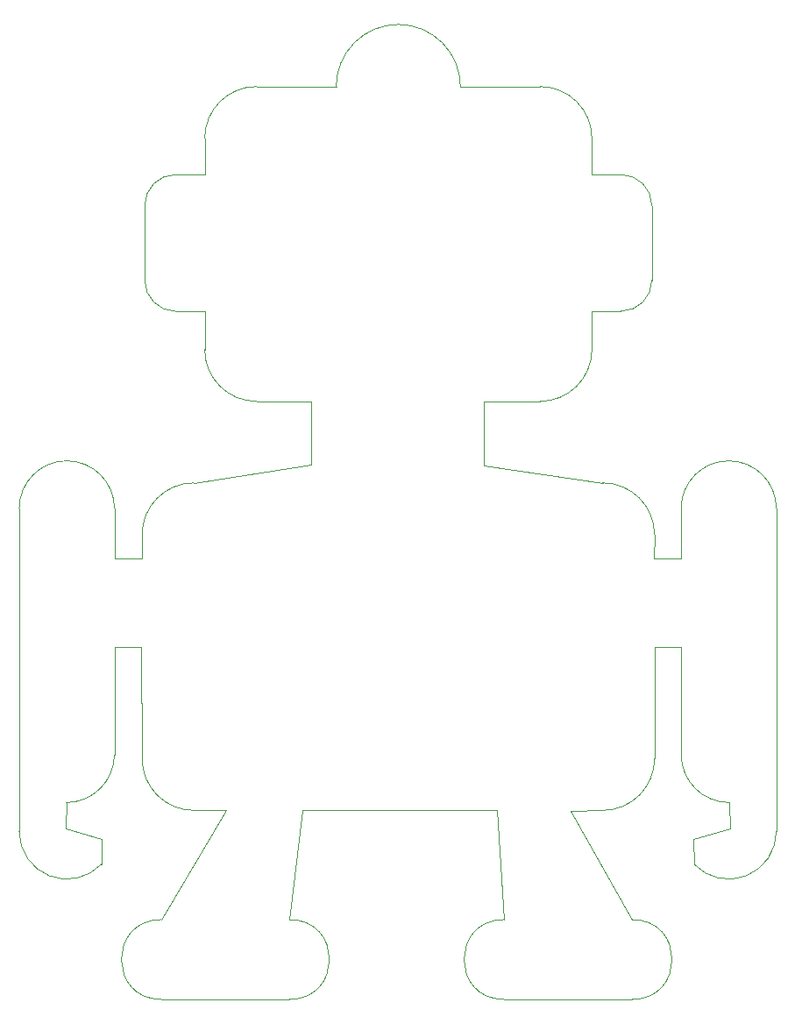
<source format=gbr>
%TF.GenerationSoftware,KiCad,Pcbnew,8.0.4*%
%TF.CreationDate,2024-07-25T02:22:49-04:00*%
%TF.ProjectId,esp32-mqtt-bot,65737033-322d-46d7-9174-742d626f742e,rev?*%
%TF.SameCoordinates,Original*%
%TF.FileFunction,Profile,NP*%
%FSLAX46Y46*%
G04 Gerber Fmt 4.6, Leading zero omitted, Abs format (unit mm)*
G04 Created by KiCad (PCBNEW 8.0.4) date 2024-07-25 02:22:49*
%MOMM*%
%LPD*%
G01*
G04 APERTURE LIST*
%TA.AperFunction,Profile*%
%ADD10C,0.050000*%
%TD*%
G04 APERTURE END LIST*
D10*
X131450000Y-121400000D02*
X128350000Y-121425648D01*
X128350000Y-121425648D02*
X134300000Y-131948704D01*
X95100000Y-121400000D02*
X91950000Y-121400000D01*
X88800000Y-131948704D02*
X95100000Y-121400000D01*
X121900000Y-131948704D02*
X121200000Y-121400000D01*
X101200000Y-131948704D02*
X102400000Y-121400000D01*
X121900000Y-139651296D02*
X134300000Y-139651296D01*
X121900000Y-139651296D02*
G75*
G02*
X121900000Y-131948704I0J3851296D01*
G01*
X134300000Y-131948704D02*
G75*
G02*
X134300000Y-139651296I0J-3851296D01*
G01*
X88800000Y-139651296D02*
X101200000Y-139651296D01*
X101200000Y-131948704D02*
G75*
G02*
X101200000Y-139651296I0J-3851296D01*
G01*
X88800000Y-139651296D02*
G75*
G02*
X88800000Y-131948704I0J3851296D01*
G01*
X86950000Y-94774600D02*
X86900000Y-97100000D01*
X84281213Y-105600000D02*
X86850000Y-105587300D01*
X84281213Y-92243954D02*
X84281213Y-97100000D01*
X75081213Y-92243954D02*
G75*
G02*
X84281213Y-92243954I4600000J0D01*
G01*
X84281213Y-97100000D02*
X86900000Y-97100000D01*
X84281213Y-116043954D02*
G75*
G02*
X79628522Y-120644252I-4652691J52691D01*
G01*
X83030933Y-126596632D02*
G75*
G02*
X75081213Y-123443954I-3349720J3152678D01*
G01*
X83030933Y-126596632D02*
X83081213Y-124143954D01*
X75081213Y-92243954D02*
X75081213Y-123443954D01*
X79628522Y-120644252D02*
X79581213Y-123143954D01*
X83081213Y-124143954D02*
X79581213Y-123143954D01*
X84281213Y-105600000D02*
X84281213Y-116043954D01*
X139018787Y-97100000D02*
X139018787Y-92243954D01*
X136400000Y-97100000D02*
X136450000Y-94774600D01*
X136450000Y-105587300D02*
X139018787Y-105600000D01*
X136400000Y-97100000D02*
X139018787Y-97100000D01*
X139018787Y-92243954D02*
G75*
G02*
X148218787Y-92243954I4600000J0D01*
G01*
X143671478Y-120644252D02*
G75*
G02*
X139018787Y-116043954I0J4652989D01*
G01*
X140218787Y-124143954D02*
X140269067Y-126596632D01*
X143718787Y-123143954D02*
X143671478Y-120644252D01*
X139018787Y-116043954D02*
X139018787Y-105600000D01*
X148218787Y-123443954D02*
G75*
G02*
X140269067Y-126596632I-4600000J0D01*
G01*
X148218787Y-123443954D02*
X148218787Y-92243954D01*
X143718787Y-123143954D02*
X140218787Y-124143954D01*
X125400000Y-81900000D02*
X120000000Y-81900000D01*
X98000000Y-81900000D02*
X103300000Y-81900000D01*
X131450000Y-89774600D02*
X120000000Y-88100000D01*
X120000000Y-81900000D02*
X120000000Y-88100000D01*
X103300000Y-81900000D02*
X103300000Y-88000000D01*
X86950000Y-94774600D02*
G75*
G02*
X91950000Y-89774600I5000000J0D01*
G01*
X131450000Y-89774600D02*
G75*
G02*
X136450000Y-94774600I0J-5000000D01*
G01*
X91950000Y-121400000D02*
G75*
G02*
X86950000Y-116400000I0J5000000D01*
G01*
X136450000Y-116400000D02*
G75*
G02*
X131450000Y-121400000I-5000000J0D01*
G01*
X86950000Y-116400000D02*
X86850000Y-105587300D01*
X136450000Y-105587300D02*
X136450000Y-116400000D01*
X91950000Y-89774600D02*
X103300000Y-88000000D01*
X121200000Y-121400000D02*
X102400000Y-121400000D01*
X117698216Y-51500000D02*
X125400000Y-51500000D01*
X105701782Y-51500000D02*
G75*
G02*
X117698216Y-51500000I5998217J1D01*
G01*
X93000000Y-73200000D02*
X93000000Y-76900000D01*
X93000000Y-60000000D02*
X93000000Y-56500000D01*
X130400000Y-76900000D02*
X130400000Y-73200000D01*
X130400000Y-60000000D02*
X130400000Y-56500000D01*
X133200000Y-60000000D02*
G75*
G02*
X136200000Y-63000000I0J-3000000D01*
G01*
X136200000Y-70200000D02*
G75*
G02*
X133200000Y-73200000I-3000000J0D01*
G01*
X136200000Y-63000000D02*
X136200000Y-70200000D01*
X130400000Y-60000000D02*
X133200000Y-60000000D01*
X133200000Y-73200000D02*
X130400000Y-73200000D01*
X90200000Y-73200000D02*
G75*
G02*
X87200000Y-70200000I0J3000000D01*
G01*
X87200000Y-63000000D02*
G75*
G02*
X90200000Y-60000000I3000000J0D01*
G01*
X93000000Y-73200000D02*
X90200000Y-73200000D01*
X87200000Y-70200000D02*
X87200000Y-63000000D01*
X90200000Y-60000000D02*
X93000000Y-60000000D01*
X98000000Y-81900000D02*
G75*
G02*
X93000000Y-76900000I0J5000000D01*
G01*
X93000000Y-56500000D02*
G75*
G02*
X98000000Y-51500000I5000000J0D01*
G01*
X130400000Y-76900000D02*
G75*
G02*
X125400000Y-81900000I-5000000J0D01*
G01*
X125400000Y-51500000D02*
G75*
G02*
X130400000Y-56500000I0J-5000000D01*
G01*
X98000000Y-51500000D02*
X105701782Y-51500000D01*
M02*

</source>
